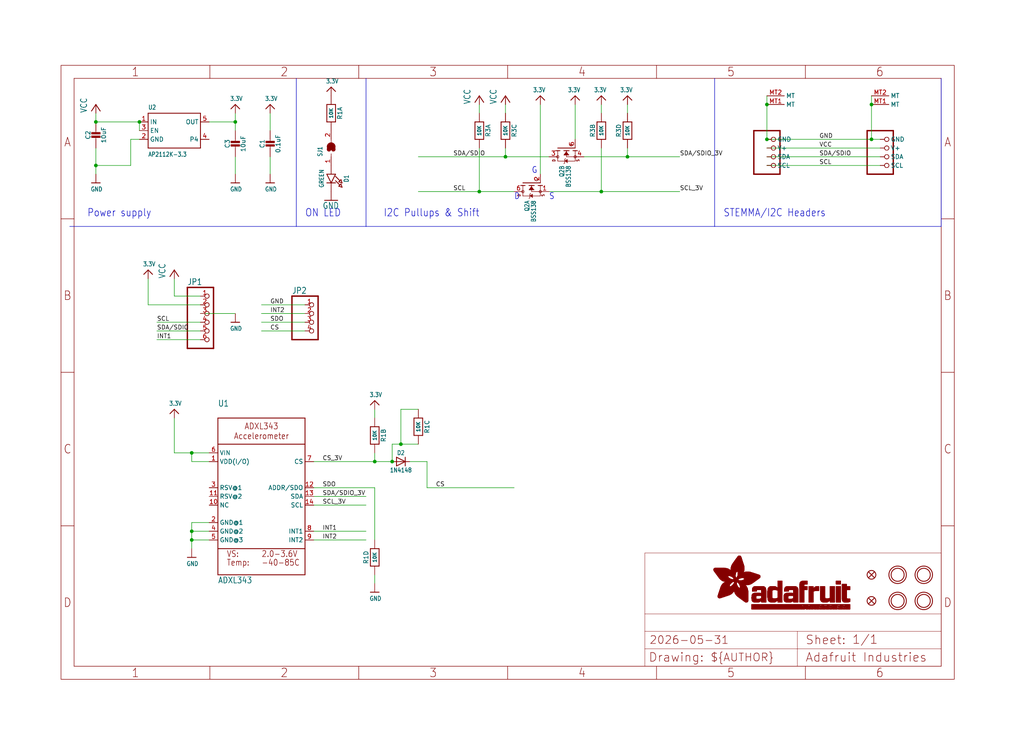
<source format=kicad_sch>
(kicad_sch (version 20230121) (generator eeschema)
  (paper "User" 298.45 217.322)
  (lib_symbols
    (symbol "working-eagle-import:3.3V" (power)
      (property "Value" "3.3V" (at -1.524 1.016 0))
      (symbol "3.3V_1_0"
        (pin power_in line (at 0 -2.54 90) (length 2.54) (name "3.3V") (number "1"))
      )
    )
    (symbol "working-eagle-import:ACCEL_ADXL343"
      (property "Reference" "U" (at -12.7 26.162 0))
      (symbol "ACCEL_ADXL343_1_0"
        (text "-40-85C" (at 0 -20.32 0) (effects (font (size 1.778 1.5113)) (justify left bottom)))
        (text "2.0-3.6V" (at 0 -17.78 0) (effects (font (size 1.778 1.5113)) (justify left bottom)))
        (text "ADXL343\nAccelerometer" (at 0 19.05 0) (effects (font (size 1.778 1.5113))))
        (text "Temp:" (at -10.16 -20.32 0) (effects (font (size 1.778 1.5113)) (justify left bottom)))
        (text "VS:" (at -10.16 -17.78 0) (effects (font (size 1.778 1.5113)) (justify left bottom)))
        (pin bidirectional line (at -15.24 10.16 0) (length 2.54) (name "VDD(I/O)") (number "1"))
        (pin bidirectional line (at -15.24 -2.54 0) (length 2.54) (name "NC") (number "10"))
        (pin bidirectional line (at -15.24 0 0) (length 2.54) (name "RSV@2") (number "11"))
        (pin bidirectional line (at 15.24 2.54 180) (length 2.54) (name "ADDR/SDO") (number "12"))
        (pin bidirectional line (at 15.24 0 180) (length 2.54) (name "SDA") (number "13"))
        (pin bidirectional line (at 15.24 -2.54 180) (length 2.54) (name "SCL") (number "14"))
        (pin bidirectional line (at -15.24 -7.62 0) (length 2.54) (name "GND@1") (number "2"))
        (pin bidirectional line (at -15.24 2.54 0) (length 2.54) (name "RSV@1") (number "3"))
        (pin bidirectional line (at -15.24 -10.16 0) (length 2.54) (name "GND@2") (number "4"))
        (pin bidirectional line (at -15.24 -12.7 0) (length 2.54) (name "GND@3") (number "5"))
        (pin bidirectional line (at -15.24 12.7 0) (length 2.54) (name "VIN") (number "6"))
        (pin bidirectional line (at 15.24 10.16 180) (length 2.54) (name "CS") (number "7"))
        (pin bidirectional line (at 15.24 -10.16 180) (length 2.54) (name "INT1") (number "8"))
        (pin bidirectional line (at 15.24 -12.7 180) (length 2.54) (name "INT2") (number "9"))
      )
    )
    (symbol "working-eagle-import:CAP_CERAMIC0603_NO"
      (property "Reference" "C" (at -2.29 1.25 90))
      (symbol "CAP_CERAMIC0603_NO_1_0"
        (pin passive line (at 0 5.08 270) (length 2.54) (name "1") (number "1"))
        (pin passive line (at 0 -2.54 90) (length 2.54) (name "2") (number "2"))
      )
    )
    (symbol "working-eagle-import:CAP_CERAMIC0805-NOOUTLINE"
      (property "Reference" "C" (at -2.29 1.25 90))
      (symbol "CAP_CERAMIC0805-NOOUTLINE_1_0"
        (pin passive line (at 0 5.08 270) (length 2.54) (name "1") (number "1"))
        (pin passive line (at 0 -2.54 90) (length 2.54) (name "2") (number "2"))
      )
    )
    (symbol "working-eagle-import:CAP_CERAMIC_0805MP"
      (property "Reference" "C" (at -2.29 1.25 90))
      (symbol "CAP_CERAMIC_0805MP_1_0"
        (pin passive line (at 0 5.08 270) (length 2.54) (name "1") (number "1"))
        (pin passive line (at 0 -2.54 90) (length 2.54) (name "2") (number "2"))
      )
    )
    (symbol "working-eagle-import:DIODESOD-323"
      (property "Reference" "D" (at 0 2.54 0))
      (symbol "DIODESOD-323_1_0"
        (pin passive line (at -2.54 0 0) (length 2.54) (name "A") (number "A"))
        (pin passive line (at 2.54 0 180) (length 2.54) (name "C") (number "C"))
      )
    )
    (symbol "working-eagle-import:FIDUCIAL_1MM")
    (symbol "working-eagle-import:FRAME_A4_ADAFRUIT"
      (symbol "FRAME_A4_ADAFRUIT_1_0"
        (text "${#}/${##}" (at 230.505 10.16 0) (effects (font (size 2.54 2.54)) (justify left bottom)))
        (text "${AUTHOR}" (at 189.23 5.08 0) (effects (font (size 2.286 2.286)) (justify left bottom)))
        (text "${CURRENT_DATE}" (at 171.45 10.16 0) (effects (font (size 2.286 2.286)) (justify left bottom)))
        (text "${PROJECTNAME}" (at 171.45 15.24 0) (effects (font (size 2.54 2.54)) (justify left bottom)))
        (text "1" (at 21.6958 1.905 0) (effects (font (size 2.54 2.286))))
        (text "1" (at 21.6958 177.165 0) (effects (font (size 2.54 2.286))))
        (text "2" (at 65.0875 1.905 0) (effects (font (size 2.54 2.286))))
        (text "2" (at 65.0875 177.165 0) (effects (font (size 2.54 2.286))))
        (text "3" (at 108.4792 1.905 0) (effects (font (size 2.54 2.286))))
        (text "3" (at 108.4792 177.165 0) (effects (font (size 2.54 2.286))))
        (text "4" (at 151.8708 1.905 0) (effects (font (size 2.54 2.286))))
        (text "4" (at 151.8708 177.165 0) (effects (font (size 2.54 2.286))))
        (text "5" (at 195.2625 1.905 0) (effects (font (size 2.54 2.286))))
        (text "5" (at 195.2625 177.165 0) (effects (font (size 2.54 2.286))))
        (text "6" (at 238.6542 1.905 0) (effects (font (size 2.54 2.286))))
        (text "6" (at 238.6542 177.165 0) (effects (font (size 2.54 2.286))))
        (text "A" (at 1.905 156.6863 0) (effects (font (size 2.54 2.286))))
        (text "A" (at 258.445 156.6863 0) (effects (font (size 2.54 2.286))))
        (text "Adafruit Industries" (at 216.916 4.953 0) (effects (font (size 2.54 2.54)) (justify left bottom)))
        (text "B" (at 1.905 111.9188 0) (effects (font (size 2.54 2.286))))
        (text "B" (at 258.445 111.9188 0) (effects (font (size 2.54 2.286))))
        (text "C" (at 1.905 67.1513 0) (effects (font (size 2.54 2.286))))
        (text "C" (at 258.445 67.1513 0) (effects (font (size 2.54 2.286))))
        (text "D" (at 1.905 22.3838 0) (effects (font (size 2.54 2.286))))
        (text "D" (at 258.445 22.3838 0) (effects (font (size 2.54 2.286))))
        (text "Drawing:" (at 171.196 4.953 0) (effects (font (size 2.54 2.54)) (justify left bottom)))
        (text "Sheet:" (at 216.916 10.033 0) (effects (font (size 2.54 2.54)) (justify left bottom)))
      )
    )
    (symbol "working-eagle-import:GND" (power)
      (property "Value" "GND" (at -1.524 -2.54 0))
      (symbol "GND_1_0"
        (pin power_in line (at 0 2.54 270) (length 2.54) (name "GND") (number "1"))
      )
    )
    (symbol "working-eagle-import:HEADER-1X4ROUND"
      (property "Reference" "JP" (at -6.35 8.255 0))
      (symbol "HEADER-1X4ROUND_1_0"
        (pin passive inverted (at -2.54 5.08 0) (length 2.54) (name "1") (number "1"))
        (pin passive inverted (at -2.54 2.54 0) (length 2.54) (name "2") (number "2"))
        (pin passive inverted (at -2.54 0 0) (length 2.54) (name "3") (number "3"))
        (pin passive inverted (at -2.54 -2.54 0) (length 2.54) (name "4") (number "4"))
      )
    )
    (symbol "working-eagle-import:HEADER-1X670MIL"
      (property "Reference" "JP" (at -6.35 10.795 0))
      (symbol "HEADER-1X670MIL_1_0"
        (pin passive inverted (at -2.54 7.62 0) (length 2.54) (name "1") (number "1"))
        (pin passive inverted (at -2.54 5.08 0) (length 2.54) (name "2") (number "2"))
        (pin passive inverted (at -2.54 2.54 0) (length 2.54) (name "3") (number "3"))
        (pin passive inverted (at -2.54 0 0) (length 2.54) (name "4") (number "4"))
        (pin passive inverted (at -2.54 -2.54 0) (length 2.54) (name "5") (number "5"))
        (pin passive inverted (at -2.54 -5.08 0) (length 2.54) (name "6") (number "6"))
      )
    )
    (symbol "working-eagle-import:LED0603_NOOUTLINE"
      (property "Reference" "D" (at -1.27 4.445 0))
      (symbol "LED0603_NOOUTLINE_1_0"
        (pin passive line (at -5.08 0 0) (length 2.54) (name "A") (number "A"))
        (pin passive line (at 2.54 0 180) (length 2.54) (name "C") (number "C"))
      )
    )
    (symbol "working-eagle-import:MOSFET-N_DUAL"
      (property "Reference" "Q" (at 5.08 0.635 0))
      (symbol "MOSFET-N_DUAL_1_0"
        (text "D" (at 3.175 3.175 0) (effects (font (size 0.8128 0.6908)) (justify left bottom)))
        (text "G" (at -1.27 -1.905 0) (effects (font (size 0.8128 0.6908)) (justify left bottom)))
        (text "S" (at 3.175 -3.81 0) (effects (font (size 0.8128 0.6908)) (justify left bottom)))
        (pin bidirectional line (at 2.54 -5.08 90) (length 2.54) (name "S") (number "1"))
        (pin bidirectional line (at -2.54 -2.54 0) (length 2.54) (name "G") (number "2"))
        (pin bidirectional line (at 2.54 5.08 270) (length 2.54) (name "D") (number "6"))
      )
      (symbol "MOSFET-N_DUAL_2_0"
        (text "D" (at 3.175 3.175 0) (effects (font (size 0.8128 0.6908)) (justify left bottom)))
        (text "G" (at -1.27 -1.905 0) (effects (font (size 0.8128 0.6908)) (justify left bottom)))
        (text "S" (at 3.175 -3.81 0) (effects (font (size 0.8128 0.6908)) (justify left bottom)))
        (pin bidirectional line (at 2.54 5.08 270) (length 2.54) (name "D") (number "3"))
        (pin bidirectional line (at 2.54 -5.08 90) (length 2.54) (name "S") (number "4"))
        (pin bidirectional line (at -2.54 -2.54 0) (length 2.54) (name "G") (number "5"))
      )
    )
    (symbol "working-eagle-import:MOUNTINGHOLE2.5")
    (symbol "working-eagle-import:RESISTOR_4PACK"
      (property "Reference" "R" (at 0 2.54 0))
      (symbol "RESISTOR_4PACK_1_0"
        (pin passive line (at -5.08 0 0) (length 2.54) (name "1") (number "1"))
        (pin passive line (at 5.08 0 180) (length 2.54) (name "2") (number "8"))
      )
      (symbol "RESISTOR_4PACK_2_0"
        (pin passive line (at -5.08 0 0) (length 2.54) (name "1") (number "2"))
        (pin passive line (at 5.08 0 180) (length 2.54) (name "2") (number "7"))
      )
      (symbol "RESISTOR_4PACK_3_0"
        (pin passive line (at -5.08 0 0) (length 2.54) (name "1") (number "3"))
        (pin passive line (at 5.08 0 180) (length 2.54) (name "2") (number "6"))
      )
      (symbol "RESISTOR_4PACK_4_0"
        (pin passive line (at -5.08 0 0) (length 2.54) (name "1") (number "4"))
        (pin passive line (at 5.08 0 180) (length 2.54) (name "2") (number "5"))
      )
    )
    (symbol "working-eagle-import:SOLDERJUMPERCLOSED"
      (property "Reference" "SJ" (at -2.54 2.54 0))
      (symbol "SOLDERJUMPERCLOSED_1_0"
        (pin passive line (at -5.08 0 0) (length 2.54) (name "1") (number "1"))
        (pin passive line (at 5.08 0 180) (length 2.54) (name "2") (number "2"))
      )
    )
    (symbol "working-eagle-import:STEMMA_I2C_QT"
      (symbol "STEMMA_I2C_QT_1_0"
        (pin passive inverted (at 0 5.08 0) (length 2.54) (name "GND") (number "1"))
        (pin passive inverted (at 0 2.54 0) (length 2.54) (name "V+") (number "2"))
        (pin passive inverted (at 0 0 0) (length 2.54) (name "SDA") (number "3"))
        (pin passive inverted (at 0 -2.54 0) (length 2.54) (name "SCL") (number "4"))
      )
      (symbol "STEMMA_I2C_QT_2_0"
        (pin bidirectional line (at 0 0 0) (length 5.08) (name "MT") (number "MT1"))
      )
      (symbol "STEMMA_I2C_QT_3_0"
        (pin bidirectional line (at 0 0 0) (length 5.08) (name "MT") (number "MT2"))
      )
    )
    (symbol "working-eagle-import:VCC" (power)
      (property "Value" "VCC" (at -2.54 -2.54 90))
      (symbol "VCC_1_0"
        (pin power_in line (at 0 -2.54 90) (length 2.54) (name "VCC") (number "1"))
      )
    )
    (symbol "working-eagle-import:VREG_SOT23-5"
      (property "Reference" "U" (at -7.62 6.096 0))
      (symbol "VREG_SOT23-5_1_0"
        (pin power_in line (at -10.16 2.54 0) (length 2.54) (name "IN") (number "1"))
        (pin power_in line (at -10.16 -2.54 0) (length 2.54) (name "GND") (number "2"))
        (pin input line (at -10.16 0 0) (length 2.54) (name "EN") (number "3"))
        (pin bidirectional line (at 10.16 -2.54 180) (length 2.54) (name "P4") (number "4"))
        (pin power_in line (at 10.16 2.54 180) (length 2.54) (name "OUT") (number "5"))
      )
    )
    (symbol "working-eagle-import:adafruit_power_3.3V" (power)
      (property "Value" "adafruit_power_3.3V" (at -1.524 1.016 0))
      (symbol "adafruit_power_3.3V_1_0"
        (pin power_in line (at 0 -2.54 90) (length 2.54) (name "3.3V") (number "1"))
      )
    )
    (symbol "working-eagle-import:supply1_GND" (power)
      (property "Value" "supply1_GND" (at -2.54 -2.54 0))
      (symbol "supply1_GND_1_0"
        (pin power_in line (at 0 2.54 270) (length 2.54) (name "GND") (number "1"))
      )
    )
  )
  (junction (at 55.88 154.94))
  (junction (at 223.52 30.48))
  (junction (at 27.94 48.26))
  (junction (at 254 40.64))
  (junction (at 68.58 35.56))
  (junction (at 40.64 35.56))
  (junction (at 175.26 55.88))
  (junction (at 27.94 35.56))
  (junction (at 109.22 134.62))
  (junction (at 55.88 157.48))
  (junction (at 182.88 45.72))
  (junction (at 254 30.48))
  (junction (at 147.32 45.72))
  (junction (at 114.3 134.62))
  (junction (at 139.7 55.88))
  (junction (at 223.52 40.64))
  (junction (at 55.88 132.08))
  (junction (at 116.84 129.54))
  (wire (pts (xy 175.26 33.02) (xy 175.26 30.48)) (stroke (width 0.1524)))
  (wire (pts (xy 78.74 45.72) (xy 78.74 50.8)) (stroke (width 0.1524)))
  (wire (pts (xy 223.52 30.48) (xy 223.52 40.64)) (stroke (width 0.1524)))
  (wire (pts (xy 223.52 27.94) (xy 223.52 30.48)) (stroke (width 0.1524)))
  (wire (pts (xy 91.44 154.94) (xy 106.68 154.94)) (stroke (width 0.1524)))
  (polyline (pts (xy 86.36 66.04) (xy 106.68 66.04)) (stroke (width 0.1524) (type solid)))
  (wire (pts (xy 256.54 45.72) (xy 223.52 45.72)) (stroke (width 0.1524)))
  (wire (pts (xy 58.42 96.52) (xy 45.72 96.52)) (stroke (width 0.1524)))
  (wire (pts (xy 60.96 152.4) (xy 55.88 152.4)) (stroke (width 0.1524)))
  (wire (pts (xy 76.2 91.44) (xy 88.9 91.44)) (stroke (width 0.1524)))
  (polyline (pts (xy 208.28 66.04) (xy 274.32 66.04)) (stroke (width 0.1524) (type solid)))
  (wire (pts (xy 223.52 48.26) (xy 256.54 48.26)) (stroke (width 0.1524)))
  (wire (pts (xy 91.44 147.32) (xy 106.68 147.32)) (stroke (width 0.1524)))
  (wire (pts (xy 40.64 40.64) (xy 38.1 40.64)) (stroke (width 0.1524)))
  (wire (pts (xy 78.74 33.02) (xy 78.74 38.1)) (stroke (width 0.1524)))
  (wire (pts (xy 124.46 142.24) (xy 149.86 142.24)) (stroke (width 0.1524)))
  (wire (pts (xy 182.88 43.18) (xy 182.88 45.72)) (stroke (width 0.1524)))
  (wire (pts (xy 68.58 35.56) (xy 68.58 33.02)) (stroke (width 0.1524)))
  (wire (pts (xy 38.1 48.26) (xy 27.94 48.26)) (stroke (width 0.1524)))
  (wire (pts (xy 254 40.64) (xy 223.52 40.64)) (stroke (width 0.1524)))
  (wire (pts (xy 50.8 132.08) (xy 50.8 121.92)) (stroke (width 0.1524)))
  (wire (pts (xy 60.96 154.94) (xy 55.88 154.94)) (stroke (width 0.1524)))
  (wire (pts (xy 254 27.94) (xy 254 30.48)) (stroke (width 0.1524)))
  (wire (pts (xy 55.88 157.48) (xy 55.88 160.02)) (stroke (width 0.1524)))
  (wire (pts (xy 109.22 119.38) (xy 109.22 121.92)) (stroke (width 0.1524)))
  (wire (pts (xy 157.48 50.8) (xy 157.48 30.48)) (stroke (width 0.1524)))
  (wire (pts (xy 223.52 43.18) (xy 256.54 43.18)) (stroke (width 0.1524)))
  (wire (pts (xy 55.88 154.94) (xy 55.88 157.48)) (stroke (width 0.1524)))
  (wire (pts (xy 58.42 88.9) (xy 43.18 88.9)) (stroke (width 0.1524)))
  (wire (pts (xy 38.1 40.64) (xy 38.1 48.26)) (stroke (width 0.1524)))
  (wire (pts (xy 91.44 157.48) (xy 106.68 157.48)) (stroke (width 0.1524)))
  (wire (pts (xy 91.44 144.78) (xy 106.68 144.78)) (stroke (width 0.1524)))
  (polyline (pts (xy 208.28 22.86) (xy 208.28 66.04)) (stroke (width 0.1524) (type solid)))
  (wire (pts (xy 147.32 43.18) (xy 147.32 45.72)) (stroke (width 0.1524)))
  (wire (pts (xy 139.7 30.48) (xy 139.7 33.02)) (stroke (width 0.1524)))
  (wire (pts (xy 124.46 134.62) (xy 124.46 142.24)) (stroke (width 0.1524)))
  (wire (pts (xy 55.88 132.08) (xy 60.96 132.08)) (stroke (width 0.1524)))
  (wire (pts (xy 116.84 129.54) (xy 121.92 129.54)) (stroke (width 0.1524)))
  (wire (pts (xy 114.3 129.54) (xy 116.84 129.54)) (stroke (width 0.1524)))
  (wire (pts (xy 124.46 134.62) (xy 119.38 134.62)) (stroke (width 0.1524)))
  (wire (pts (xy 60.96 134.62) (xy 55.88 134.62)) (stroke (width 0.1524)))
  (polyline (pts (xy 86.36 22.86) (xy 86.36 66.04)) (stroke (width 0.1524) (type solid)))
  (wire (pts (xy 68.58 35.56) (xy 68.58 38.1)) (stroke (width 0.1524)))
  (wire (pts (xy 182.88 33.02) (xy 182.88 30.48)) (stroke (width 0.1524)))
  (wire (pts (xy 256.54 40.64) (xy 254 40.64)) (stroke (width 0.1524)))
  (wire (pts (xy 58.42 99.06) (xy 45.72 99.06)) (stroke (width 0.1524)))
  (wire (pts (xy 109.22 167.64) (xy 109.22 170.18)) (stroke (width 0.1524)))
  (wire (pts (xy 27.94 48.26) (xy 27.94 43.18)) (stroke (width 0.1524)))
  (wire (pts (xy 254 30.48) (xy 254 40.64)) (stroke (width 0.1524)))
  (wire (pts (xy 175.26 55.88) (xy 198.12 55.88)) (stroke (width 0.1524)))
  (wire (pts (xy 55.88 134.62) (xy 55.88 132.08)) (stroke (width 0.1524)))
  (wire (pts (xy 58.42 93.98) (xy 45.72 93.98)) (stroke (width 0.1524)))
  (wire (pts (xy 91.44 142.24) (xy 109.22 142.24)) (stroke (width 0.1524)))
  (wire (pts (xy 60.96 35.56) (xy 68.58 35.56)) (stroke (width 0.1524)))
  (wire (pts (xy 182.88 45.72) (xy 198.12 45.72)) (stroke (width 0.1524)))
  (wire (pts (xy 68.58 45.72) (xy 68.58 50.8)) (stroke (width 0.1524)))
  (wire (pts (xy 147.32 33.02) (xy 147.32 30.48)) (stroke (width 0.1524)))
  (wire (pts (xy 175.26 43.18) (xy 175.26 55.88)) (stroke (width 0.1524)))
  (wire (pts (xy 114.3 134.62) (xy 114.3 129.54)) (stroke (width 0.1524)))
  (wire (pts (xy 55.88 152.4) (xy 55.88 154.94)) (stroke (width 0.1524)))
  (wire (pts (xy 58.42 91.44) (xy 68.58 91.44)) (stroke (width 0.1524)))
  (polyline (pts (xy 106.68 22.86) (xy 106.68 66.04)) (stroke (width 0.1524) (type solid)))
  (wire (pts (xy 27.94 33.02) (xy 27.94 35.56)) (stroke (width 0.1524)))
  (wire (pts (xy 88.9 88.9) (xy 76.2 88.9)) (stroke (width 0.1524)))
  (wire (pts (xy 139.7 55.88) (xy 121.92 55.88)) (stroke (width 0.1524)))
  (wire (pts (xy 147.32 45.72) (xy 121.92 45.72)) (stroke (width 0.1524)))
  (wire (pts (xy 160.02 55.88) (xy 175.26 55.88)) (stroke (width 0.1524)))
  (wire (pts (xy 27.94 48.26) (xy 27.94 50.8)) (stroke (width 0.1524)))
  (polyline (pts (xy 106.68 66.04) (xy 208.28 66.04)) (stroke (width 0.1524) (type solid)))
  (wire (pts (xy 149.86 55.88) (xy 139.7 55.88)) (stroke (width 0.1524)))
  (wire (pts (xy 167.64 40.64) (xy 167.64 30.48)) (stroke (width 0.1524)))
  (wire (pts (xy 139.7 43.18) (xy 139.7 55.88)) (stroke (width 0.1524)))
  (wire (pts (xy 40.64 38.1) (xy 40.64 35.56)) (stroke (width 0.1524)))
  (wire (pts (xy 109.22 142.24) (xy 109.22 157.48)) (stroke (width 0.1524)))
  (wire (pts (xy 170.18 45.72) (xy 182.88 45.72)) (stroke (width 0.1524)))
  (wire (pts (xy 50.8 86.36) (xy 50.8 81.28)) (stroke (width 0.1524)))
  (wire (pts (xy 88.9 93.98) (xy 76.2 93.98)) (stroke (width 0.1524)))
  (wire (pts (xy 50.8 132.08) (xy 55.88 132.08)) (stroke (width 0.1524)))
  (wire (pts (xy 88.9 96.52) (xy 76.2 96.52)) (stroke (width 0.1524)))
  (wire (pts (xy 109.22 134.62) (xy 91.44 134.62)) (stroke (width 0.1524)))
  (wire (pts (xy 160.02 45.72) (xy 147.32 45.72)) (stroke (width 0.1524)))
  (wire (pts (xy 43.18 88.9) (xy 43.18 81.28)) (stroke (width 0.1524)))
  (wire (pts (xy 121.92 119.38) (xy 116.84 119.38)) (stroke (width 0.1524)))
  (polyline (pts (xy 274.32 22.86) (xy 274.32 66.04)) (stroke (width 0.1524) (type solid)))
  (wire (pts (xy 60.96 157.48) (xy 55.88 157.48)) (stroke (width 0.1524)))
  (polyline (pts (xy 20.32 66.04) (xy 86.36 66.04)) (stroke (width 0.1524) (type solid)))
  (wire (pts (xy 40.64 35.56) (xy 27.94 35.56)) (stroke (width 0.1524)))
  (wire (pts (xy 109.22 134.62) (xy 114.3 134.62)) (stroke (width 0.1524)))
  (wire (pts (xy 116.84 119.38) (xy 116.84 129.54)) (stroke (width 0.1524)))
  (wire (pts (xy 58.42 86.36) (xy 50.8 86.36)) (stroke (width 0.1524)))
  (wire (pts (xy 109.22 134.62) (xy 109.22 132.08)) (stroke (width 0.1524)))
  (text "G" (at 154.94 50.8 0) (effects (font (size 1.778 1.5113)) (justify left bottom)))
  (text "I2C Pullups & Shift" (at 111.76 63.5 0) (effects (font (size 2.1844 1.8567)) (justify left bottom)))
  (text "STEMMA/I2C Headers" (at 210.82 63.5 0) (effects (font (size 2.1844 1.8567)) (justify left bottom)))
  (text "D" (at 149.86 58.42 0) (effects (font (size 1.778 1.5113)) (justify left bottom)))
  (text "ON LED" (at 88.9 63.5 0) (effects (font (size 2.1844 1.8567)) (justify left bottom)))
  (text "Power supply" (at 25.4 63.5 0) (effects (font (size 2.1844 1.8567)) (justify left bottom)))
  (text "S" (at 160.02 58.42 0) (effects (font (size 1.778 1.5113)) (justify left bottom)))
  (label "CS" (at 78.74 96.52 0) (effects (font (size 1.2446 1.2446))))
  (label "INT2" (at 93.98 157.48 0) (effects (font (size 1.2446 1.2446))))
  (label "SDA/SDIO_3V" (at 93.98 144.78 0) (effects (font (size 1.2446 1.2446))))
  (label "SCL" (at 238.76 48.26 0) (effects (font (size 1.2446 1.2446))))
  (label "SDO" (at 93.98 142.24 0) (effects (font (size 1.2446 1.2446))))
  (label "GND" (at 78.74 88.9 0) (effects (font (size 1.2446 1.2446))))
  (label "SDA/SDIO" (at 132.08 45.72 0) (effects (font (size 1.2446 1.2446))))
  (label "SCL_3V" (at 93.98 147.32 0) (effects (font (size 1.2446 1.2446))))
  (label "SDA/SDIO_3V" (at 198.12 45.72 0) (effects (font (size 1.2446 1.2446))))
  (label "GND" (at 238.76 40.64 0) (effects (font (size 1.2446 1.2446))))
  (label "SCL" (at 45.72 93.98 0) (effects (font (size 1.2446 1.2446))))
  (label "CS" (at 127 142.24 0) (effects (font (size 1.2446 1.2446))))
  (label "SCL_3V" (at 198.12 55.88 0) (effects (font (size 1.2446 1.2446))))
  (label "INT2" (at 78.74 91.44 0) (effects (font (size 1.2446 1.2446))))
  (label "SDA/SDIO" (at 45.72 96.52 0) (effects (font (size 1.2446 1.2446))))
  (label "SCL" (at 132.08 55.88 0) (effects (font (size 1.2446 1.2446))))
  (label "VCC" (at 238.76 43.18 0) (effects (font (size 1.2446 1.2446))))
  (label "INT1" (at 93.98 154.94 0) (effects (font (size 1.2446 1.2446))))
  (label "SDA/SDIO" (at 238.76 45.72 0) (effects (font (size 1.2446 1.2446))))
  (label "SDO" (at 78.74 93.98 0) (effects (font (size 1.2446 1.2446))))
  (label "CS_3V" (at 93.98 134.62 0) (effects (font (size 1.2446 1.2446))))
  (label "INT1" (at 45.72 99.06 0) (effects (font (size 1.2446 1.2446))))
  (symbol (lib_id "working-eagle-import:VCC") (at 50.8 78.74 0) (unit 1)
    (property "Reference" "#P+4" (effects hide))
    (property "Value" "VCC" (at 48.26 81.28 90) (effects (font (size 1.778 1.5113)) (justify left bottom)))
  )
  (symbol (lib_id "working-eagle-import:MOUNTINGHOLE2.5") (at 261.62 175.26 0) (unit 1)
    (property "Reference" "U$1" (effects hide))
    (property "Value" "MOUNTINGHOLE2.5" (effects hide))
    (property "Footprint" "working:MOUNTINGHOLE_2.5_PLATED" (effects hide))
  )
  (symbol (lib_id "working-eagle-import:adafruit_power_3.3V") (at 43.18 78.74 0) (unit 1)
    (property "Reference" "#U$16" (effects hide))
    (property "Value" "3.3V" (at 41.656 77.724 0) (effects (font (size 1.27 1.0795)) (justify left bottom)))
  )
  (symbol (lib_id "working-eagle-import:SOLDERJUMPERCLOSED") (at 96.52 43.18 90) (unit 1)
    (property "Reference" "SJ1" (at 93.98 45.72 0) (effects (font (size 1.27 1.0795)) (justify left bottom)))
    (property "Value" "SOLDERJUMPERCLOSED" (effects hide))
    (property "Footprint" "working:SOLDERJUMPER_CLOSEDWIRE" (effects hide))
  )
  (symbol (lib_id "working-eagle-import:VCC") (at 139.7 27.94 0) (unit 1)
    (property "Reference" "#P+1" (effects hide))
    (property "Value" "VCC" (at 137.16 30.48 90) (effects (font (size 1.778 1.5113)) (justify left bottom)))
  )
  (symbol (lib_id "working-eagle-import:FIDUCIAL_1MM") (at 254 167.64 0) (unit 1)
    (property "Reference" "FID4" (effects hide))
    (property "Value" "FIDUCIAL_1MM" (effects hide))
    (property "Footprint" "working:FIDUCIAL_1MM" (effects hide))
  )
  (symbol (lib_id "working-eagle-import:LED0603_NOOUTLINE") (at 96.52 53.34 270) (unit 1)
    (property "Reference" "D1" (at 100.965 52.07 0) (effects (font (size 1.27 1.0795))))
    (property "Value" "GREEN" (at 93.726 52.07 0) (effects (font (size 1.27 1.0795))))
    (property "Footprint" "working:CHIPLED_0603_NOOUTLINE" (effects hide))
  )
  (symbol (lib_id "working-eagle-import:adafruit_power_3.3V") (at 68.58 30.48 0) (unit 1)
    (property "Reference" "#U$15" (effects hide))
    (property "Value" "3.3V" (at 67.056 29.464 0) (effects (font (size 1.27 1.0795)) (justify left bottom)))
  )
  (symbol (lib_id "working-eagle-import:FRAME_A4_ADAFRUIT") (at 17.78 198.12 0) (unit 1)
    (property "Reference" "#U$18" (effects hide))
    (property "Value" "FRAME_A4_ADAFRUIT" (effects hide))
  )
  (symbol (lib_id "working-eagle-import:RESISTOR_4PACK") (at 109.22 162.56 90) (unit 4)
    (property "Reference" "R1" (at 106.68 162.56 0))
    (property "Value" "10K" (at 109.22 162.56 0) (effects (font (size 1.016 1.016) bold)))
    (property "Footprint" "working:RESPACK_4X0603" (effects hide))
  )
  (symbol (lib_id "working-eagle-import:GND") (at 68.58 53.34 0) (unit 1)
    (property "Reference" "#U$5" (effects hide))
    (property "Value" "GND" (at 67.056 55.88 0) (effects (font (size 1.27 1.0795)) (justify left bottom)))
  )
  (symbol (lib_id "working-eagle-import:MOUNTINGHOLE2.5") (at 269.24 167.64 0) (unit 1)
    (property "Reference" "U$19" (effects hide))
    (property "Value" "MOUNTINGHOLE2.5" (effects hide))
    (property "Footprint" "working:MOUNTINGHOLE_2.5_PLATED" (effects hide))
  )
  (symbol (lib_id "working-eagle-import:adafruit_power_3.3V") (at 167.64 27.94 0) (mirror y) (unit 1)
    (property "Reference" "#U$23" (effects hide))
    (property "Value" "3.3V" (at 169.164 26.924 0) (effects (font (size 1.27 1.0795)) (justify left bottom)))
  )
  (symbol (lib_id "working-eagle-import:STEMMA_I2C_QT") (at 223.52 45.72 0) (unit 1)
    (property "Reference" "CONN3" (effects hide))
    (property "Value" "STEMMA_I2C_QT" (effects hide))
    (property "Footprint" "working:JST_SH4" (effects hide))
  )
  (symbol (lib_id "working-eagle-import:MOUNTINGHOLE2.5") (at 261.62 167.64 0) (unit 1)
    (property "Reference" "U$17" (effects hide))
    (property "Value" "MOUNTINGHOLE2.5" (effects hide))
    (property "Footprint" "working:MOUNTINGHOLE_2.5_PLATED" (effects hide))
  )
  (symbol (lib_id "working-eagle-import:CAP_CERAMIC_0805MP") (at 27.94 40.64 0) (unit 1)
    (property "Reference" "C2" (at 25.65 39.39 90))
    (property "Value" "10uF" (at 30.24 39.39 90))
    (property "Footprint" "working:_0805MP" (effects hide))
  )
  (symbol (lib_id "working-eagle-import:STEMMA_I2C_QT") (at 254 30.48 0) (unit 2)
    (property "Reference" "CONN4" (effects hide))
    (property "Value" "STEMMA_I2C_QT" (effects hide))
    (property "Footprint" "working:JST_SH4" (effects hide))
  )
  (symbol (lib_id "working-eagle-import:STEMMA_I2C_QT") (at 223.52 27.94 0) (unit 3)
    (property "Reference" "CONN3" (effects hide))
    (property "Value" "STEMMA_I2C_QT" (effects hide))
    (property "Footprint" "working:JST_SH4" (effects hide))
  )
  (symbol (lib_id "working-eagle-import:MOUNTINGHOLE2.5") (at 269.24 175.26 0) (unit 1)
    (property "Reference" "U$21" (effects hide))
    (property "Value" "MOUNTINGHOLE2.5" (effects hide))
    (property "Footprint" "working:MOUNTINGHOLE_2.5_PLATED" (effects hide))
  )
  (symbol (lib_id "working-eagle-import:CAP_CERAMIC0603_NO") (at 78.74 43.18 0) (unit 1)
    (property "Reference" "C1" (at 76.45 41.93 90))
    (property "Value" "0.1uF" (at 81.04 41.93 90))
    (property "Footprint" "working:0603-NO" (effects hide))
  )
  (symbol (lib_id "working-eagle-import:RESISTOR_4PACK") (at 182.88 38.1 90) (mirror x) (unit 4)
    (property "Reference" "R3" (at 180.34 38.1 0))
    (property "Value" "10K" (at 182.88 38.1 0) (effects (font (size 1.016 1.016) bold)))
    (property "Footprint" "working:RESPACK_4X0603" (effects hide))
  )
  (symbol (lib_id "working-eagle-import:MOSFET-N_DUAL") (at 154.94 53.34 90) (mirror x) (unit 1)
    (property "Reference" "Q2" (at 154.305 58.42 0) (effects (font (size 1.27 1.0795)) (justify left bottom)))
    (property "Value" "BSS138" (at 156.21 58.42 0) (effects (font (size 1.27 1.0795)) (justify left bottom)))
    (property "Footprint" "working:SOT363" (effects hide))
  )
  (symbol (lib_id "working-eagle-import:STEMMA_I2C_QT") (at 254 27.94 0) (unit 3)
    (property "Reference" "CONN4" (effects hide))
    (property "Value" "STEMMA_I2C_QT" (effects hide))
    (property "Footprint" "working:JST_SH4" (effects hide))
  )
  (symbol (lib_id "working-eagle-import:FIDUCIAL_1MM") (at 254 175.26 0) (unit 1)
    (property "Reference" "FID3" (effects hide))
    (property "Value" "FIDUCIAL_1MM" (effects hide))
    (property "Footprint" "working:FIDUCIAL_1MM" (effects hide))
  )
  (symbol (lib_id "working-eagle-import:DIODESOD-323") (at 116.84 134.62 0) (unit 1)
    (property "Reference" "D2" (at 116.84 132.08 0) (effects (font (size 1.27 1.0795))))
    (property "Value" "1N4148" (at 116.84 137.12 0) (effects (font (size 1.27 1.0795))))
    (property "Footprint" "working:SOD-323" (effects hide))
  )
  (symbol (lib_id "working-eagle-import:VCC") (at 147.32 27.94 0) (unit 1)
    (property "Reference" "#P+2" (effects hide))
    (property "Value" "VCC" (at 144.78 30.48 90) (effects (font (size 1.778 1.5113)) (justify left bottom)))
  )
  (symbol (lib_id "working-eagle-import:RESISTOR_4PACK") (at 121.92 124.46 270) (unit 3)
    (property "Reference" "R1" (at 124.46 124.46 0))
    (property "Value" "10K" (at 121.92 124.46 0) (effects (font (size 1.016 1.016) bold)))
    (property "Footprint" "working:RESPACK_4X0603" (effects hide))
  )
  (symbol (lib_id "working-eagle-import:supply1_GND") (at 96.52 58.42 0) (unit 1)
    (property "Reference" "#GND6" (effects hide))
    (property "Value" "GND" (at 93.98 60.96 0) (effects (font (size 1.778 1.5113)) (justify left bottom)))
  )
  (symbol (lib_id "working-eagle-import:GND") (at 55.88 162.56 0) (unit 1)
    (property "Reference" "#U$2" (effects hide))
    (property "Value" "GND" (at 54.356 165.1 0) (effects (font (size 1.27 1.0795)) (justify left bottom)))
  )
  (symbol (lib_id "working-eagle-import:HEADER-1X4ROUND") (at 91.44 93.98 0) (unit 1)
    (property "Reference" "JP2" (at 85.09 85.725 0) (effects (font (size 1.778 1.5113)) (justify left bottom)))
    (property "Value" "HEADER-1X4ROUND" (effects hide))
    (property "Footprint" "working:1X04_ROUND" (effects hide))
  )
  (symbol (lib_id "working-eagle-import:adafruit_power_3.3V") (at 175.26 27.94 0) (mirror y) (unit 1)
    (property "Reference" "#U$24" (effects hide))
    (property "Value" "3.3V" (at 176.784 26.924 0) (effects (font (size 1.27 1.0795)) (justify left bottom)))
  )
  (symbol (lib_id "working-eagle-import:adafruit_power_3.3V") (at 157.48 27.94 0) (mirror y) (unit 1)
    (property "Reference" "#U$26" (effects hide))
    (property "Value" "3.3V" (at 159.004 26.924 0) (effects (font (size 1.27 1.0795)) (justify left bottom)))
  )
  (symbol (lib_id "working-eagle-import:GND") (at 27.94 53.34 0) (unit 1)
    (property "Reference" "#U$13" (effects hide))
    (property "Value" "GND" (at 26.416 55.88 0) (effects (font (size 1.27 1.0795)) (justify left bottom)))
  )
  (symbol (lib_id "working-eagle-import:3.3V") (at 109.22 116.84 0) (unit 1)
    (property "Reference" "#U$12" (effects hide))
    (property "Value" "3.3V" (at 107.696 115.824 0) (effects (font (size 1.27 1.0795)) (justify left bottom)))
  )
  (symbol (lib_id "working-eagle-import:HEADER-1X670MIL") (at 60.96 93.98 0) (unit 1)
    (property "Reference" "JP1" (at 54.61 83.185 0) (effects (font (size 1.778 1.5113)) (justify left bottom)))
    (property "Value" "HEADER-1X670MIL" (effects hide))
    (property "Footprint" "working:1X06_ROUND_70" (effects hide))
  )
  (symbol (lib_id "working-eagle-import:STEMMA_I2C_QT") (at 256.54 45.72 0) (unit 1)
    (property "Reference" "CONN4" (effects hide))
    (property "Value" "STEMMA_I2C_QT" (effects hide))
    (property "Footprint" "working:JST_SH4" (effects hide))
  )
  (symbol (lib_id "working-eagle-import:RESISTOR_4PACK") (at 109.22 127 270) (unit 2)
    (property "Reference" "R1" (at 111.76 127 0))
    (property "Value" "10K" (at 109.22 127 0) (effects (font (size 1.016 1.016) bold)))
    (property "Footprint" "working:RESPACK_4X0603" (effects hide))
  )
  (symbol (lib_id "working-eagle-import:adafruit_power_3.3V") (at 78.74 30.48 0) (unit 1)
    (property "Reference" "#U$14" (effects hide))
    (property "Value" "3.3V" (at 77.216 29.464 0) (effects (font (size 1.27 1.0795)) (justify left bottom)))
  )
  (symbol (lib_id "working-eagle-import:RESISTOR_4PACK") (at 139.7 38.1 270) (unit 1)
    (property "Reference" "R3" (at 142.24 38.1 0))
    (property "Value" "10K" (at 139.7 38.1 0) (effects (font (size 1.016 1.016) bold)))
    (property "Footprint" "working:RESPACK_4X0603" (effects hide))
  )
  (symbol (lib_id "working-eagle-import:GND") (at 78.74 53.34 0) (unit 1)
    (property "Reference" "#U$6" (effects hide))
    (property "Value" "GND" (at 77.216 55.88 0) (effects (font (size 1.27 1.0795)) (justify left bottom)))
  )
  (symbol (lib_id "working-eagle-import:STEMMA_I2C_QT") (at 223.52 30.48 0) (unit 2)
    (property "Reference" "CONN3" (effects hide))
    (property "Value" "STEMMA_I2C_QT" (effects hide))
    (property "Footprint" "working:JST_SH4" (effects hide))
  )
  (symbol (lib_id "working-eagle-import:VREG_SOT23-5") (at 50.8 38.1 0) (unit 1)
    (property "Reference" "U2" (at 43.18 32.004 0) (effects (font (size 1.27 1.0795)) (justify left bottom)))
    (property "Value" "AP2112K-3.3" (at 43.18 45.72 0) (effects (font (size 1.27 1.0795)) (justify left bottom)))
    (property "Footprint" "working:SOT23-5" (effects hide))
  )
  (symbol (lib_id "working-eagle-import:RESISTOR_4PACK") (at 147.32 38.1 270) (unit 3)
    (property "Reference" "R3" (at 149.86 38.1 0))
    (property "Value" "10K" (at 147.32 38.1 0) (effects (font (size 1.016 1.016) bold)))
    (property "Footprint" "working:RESPACK_4X0603" (effects hide))
  )
  (symbol (lib_id "working-eagle-import:RESISTOR_4PACK") (at 175.26 38.1 90) (mirror x) (unit 2)
    (property "Reference" "R3" (at 172.72 38.1 0))
    (property "Value" "10K" (at 175.26 38.1 0) (effects (font (size 1.016 1.016) bold)))
    (property "Footprint" "working:RESPACK_4X0603" (effects hide))
  )
  (symbol (lib_id "working-eagle-import:adafruit_power_3.3V") (at 96.52 25.4 0) (unit 1)
    (property "Reference" "#U$3" (effects hide))
    (property "Value" "3.3V" (at 94.996 24.384 0) (effects (font (size 1.27 1.0795)) (justify left bottom)))
  )
  (symbol (lib_id "working-eagle-import:GND") (at 68.58 93.98 0) (unit 1)
    (property "Reference" "#U$10" (effects hide))
    (property "Value" "GND" (at 67.056 96.52 0) (effects (font (size 1.27 1.0795)) (justify left bottom)))
  )
  (symbol (lib_id "working-eagle-import:CAP_CERAMIC0805-NOOUTLINE") (at 68.58 43.18 0) (unit 1)
    (property "Reference" "C3" (at 66.29 41.93 90))
    (property "Value" "10uF" (at 70.88 41.93 90))
    (property "Footprint" "working:0805-NO" (effects hide))
  )
  (symbol (lib_id "working-eagle-import:3.3V") (at 50.8 119.38 0) (unit 1)
    (property "Reference" "#U$9" (effects hide))
    (property "Value" "3.3V" (at 49.276 118.364 0) (effects (font (size 1.27 1.0795)) (justify left bottom)))
  )
  (symbol (lib_id "working-eagle-import:ACCEL_ADXL343") (at 76.2 144.78 0) (unit 1)
    (property "Reference" "U1" (at 63.5 118.618 0) (effects (font (size 1.778 1.5113)) (justify left bottom)))
    (property "Value" "ADXL343" (at 63.5 170.18 0) (effects (font (size 1.778 1.5113)) (justify left bottom)))
    (property "Footprint" "working:LGA14" (effects hide))
  )
  (symbol (lib_id "working-eagle-import:VCC") (at 27.94 30.48 0) (unit 1)
    (property "Reference" "#P+3" (effects hide))
    (property "Value" "VCC" (at 25.4 33.02 90) (effects (font (size 1.778 1.5113)) (justify left bottom)))
  )
  (symbol (lib_id "working-eagle-import:adafruit_power_3.3V") (at 182.88 27.94 0) (mirror y) (unit 1)
    (property "Reference" "#U$7" (effects hide))
    (property "Value" "3.3V" (at 184.404 26.924 0) (effects (font (size 1.27 1.0795)) (justify left bottom)))
  )
  (symbol (lib_id "working-eagle-import:MOSFET-N_DUAL") (at 165.1 43.18 90) (mirror x) (unit 2)
    (property "Reference" "Q2" (at 164.465 48.26 0) (effects (font (size 1.27 1.0795)) (justify left bottom)))
    (property "Value" "BSS138" (at 166.37 48.26 0) (effects (font (size 1.27 1.0795)) (justify left bottom)))
    (property "Footprint" "working:SOT363" (effects hide))
  )
  (symbol (lib_id "working-eagle-import:GND") (at 109.22 172.72 0) (unit 1)
    (property "Reference" "#U$8" (effects hide))
    (property "Value" "GND" (at 107.696 175.26 0) (effects (font (size 1.27 1.0795)) (justify left bottom)))
  )
  (symbol (lib_id "working-eagle-import:RESISTOR_4PACK") (at 96.52 33.02 270) (unit 1)
    (property "Reference" "R1" (at 99.06 33.02 0))
    (property "Value" "10K" (at 96.52 33.02 0) (effects (font (size 1.016 1.016) bold)))
    (property "Footprint" "working:RESPACK_4X0603" (effects hide))
  )
)
</source>
